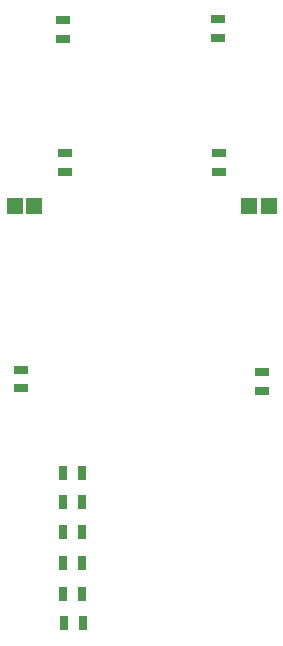
<source format=gtp>
G04 Layer_Color=7318015*
%FSLAX25Y25*%
%MOIN*%
G70*
G01*
G75*
%ADD10R,0.05315X0.05709*%
%ADD11R,0.04921X0.03150*%
%ADD12R,0.03150X0.04921*%
D10*
X233652Y336100D02*
D03*
X240148D02*
D03*
X318248D02*
D03*
X311752D02*
D03*
D11*
X250500Y347350D02*
D03*
Y353650D02*
D03*
X249900Y397950D02*
D03*
Y391650D02*
D03*
X301800Y347250D02*
D03*
Y353550D02*
D03*
X301500Y398150D02*
D03*
Y391850D02*
D03*
X235700Y275150D02*
D03*
Y281450D02*
D03*
X316200Y274450D02*
D03*
Y280750D02*
D03*
D12*
X249901Y246900D02*
D03*
X256200D02*
D03*
X249901Y237200D02*
D03*
X256200D02*
D03*
X249801Y227300D02*
D03*
X256100D02*
D03*
X249901Y217100D02*
D03*
X256200D02*
D03*
X249801Y206800D02*
D03*
X256100D02*
D03*
X250001Y196900D02*
D03*
X256300D02*
D03*
M02*

</source>
